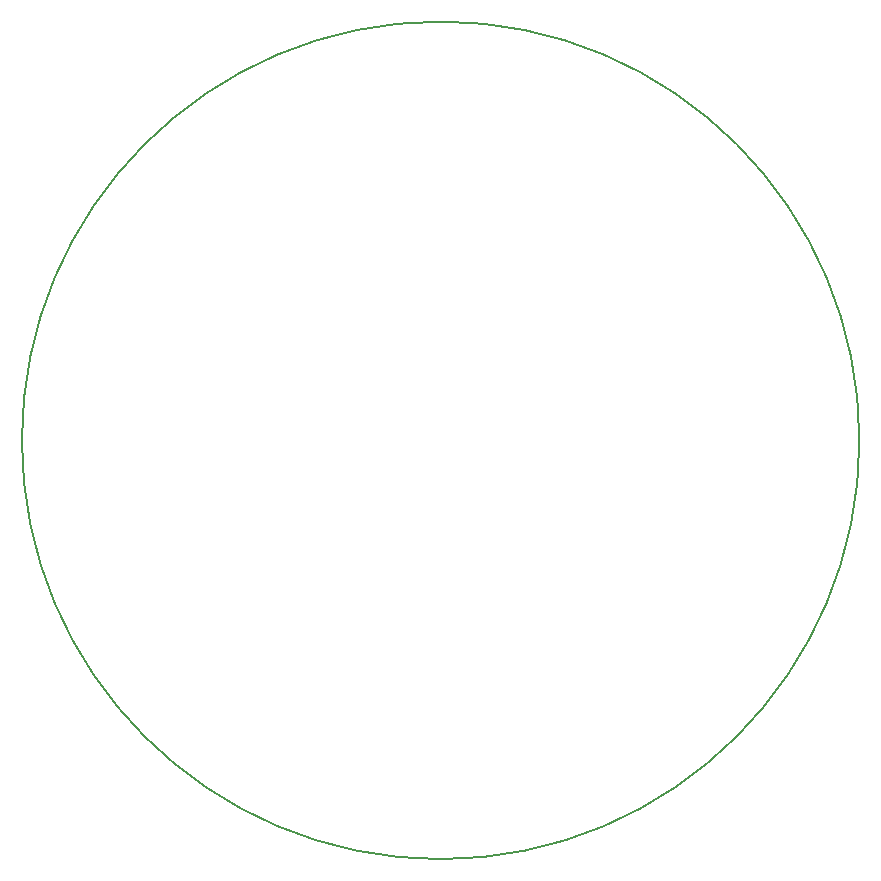
<source format=gbr>
G04 #@! TF.FileFunction,Profile,NP*
%FSLAX46Y46*%
G04 Gerber Fmt 4.6, Leading zero omitted, Abs format (unit mm)*
G04 Created by KiCad (PCBNEW 4.0.7) date 04/21/18 22:11:58*
%MOMM*%
%LPD*%
G01*
G04 APERTURE LIST*
%ADD10C,0.100000*%
%ADD11C,0.150000*%
G04 APERTURE END LIST*
D10*
D11*
X178965525Y-105156000D02*
G75*
G03X178965525Y-105156000I-35455525J0D01*
G01*
M02*

</source>
